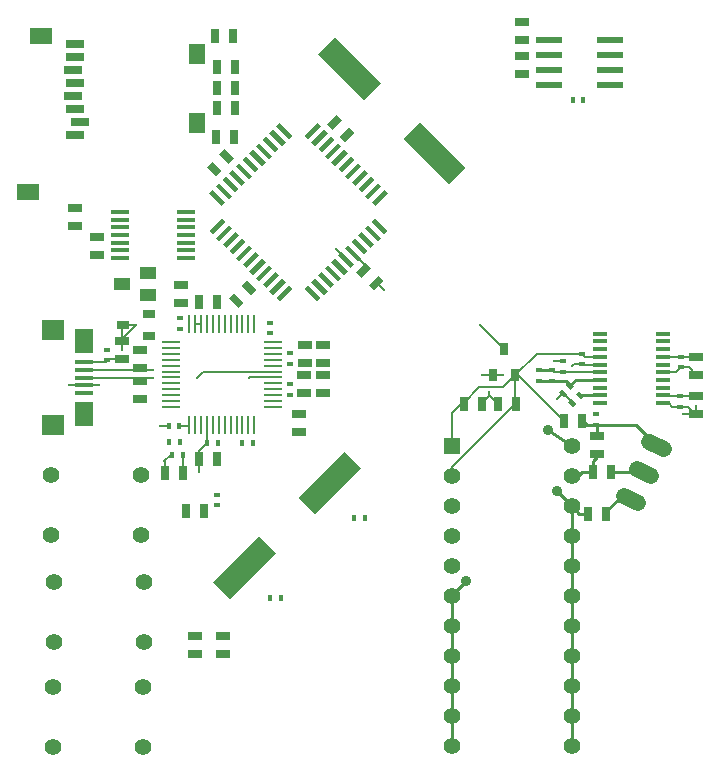
<source format=gtl>
G04 (created by PCBNEW (2013-07-07 BZR 4022)-stable) date 6/4/2014 12:52:27 AM*
%MOIN*%
G04 Gerber Fmt 3.4, Leading zero omitted, Abs format*
%FSLAX34Y34*%
G01*
G70*
G90*
G04 APERTURE LIST*
%ADD10C,0.00590551*%
%ADD11R,0.061X0.0138*%
%ADD12R,0.05X0.016*%
%ADD13R,0.0394X0.0315*%
%ADD14R,0.045X0.025*%
%ADD15R,0.025X0.045*%
%ADD16R,0.0591X0.0295*%
%ADD17R,0.0748X0.0551*%
%ADD18R,0.0551X0.0709*%
%ADD19R,0.0551X0.0393*%
%ADD20R,0.0866X0.0236*%
%ADD21R,0.059X0.0098*%
%ADD22R,0.0098X0.059*%
%ADD23R,0.055X0.055*%
%ADD24C,0.055*%
%ADD25R,0.0236X0.0157*%
%ADD26R,0.0157X0.0236*%
%ADD27R,0.0315X0.0394*%
%ADD28C,0.052*%
%ADD29R,0.063X0.0157*%
%ADD30R,0.063X0.0827*%
%ADD31R,0.0748X0.0709*%
%ADD32C,0.0130039*%
%ADD33C,0.035*%
%ADD34C,0.006*%
%ADD35C,0.01*%
G04 APERTURE END LIST*
G54D10*
G54D11*
X35112Y-40838D03*
X35112Y-40582D03*
X35112Y-40326D03*
X35112Y-40070D03*
X35112Y-39814D03*
X35112Y-39558D03*
X35112Y-39302D03*
X32908Y-39302D03*
X32908Y-39558D03*
X32908Y-39814D03*
X32908Y-40070D03*
X32908Y-40326D03*
X32908Y-40582D03*
X32908Y-40838D03*
G54D10*
G36*
X37414Y-37982D02*
X36990Y-37558D01*
X37103Y-37445D01*
X37527Y-37869D01*
X37414Y-37982D01*
X37414Y-37982D01*
G37*
G36*
X37191Y-38205D02*
X36767Y-37781D01*
X36880Y-37668D01*
X37304Y-38092D01*
X37191Y-38205D01*
X37191Y-38205D01*
G37*
G36*
X36969Y-38428D02*
X36544Y-38003D01*
X36657Y-37890D01*
X37082Y-38315D01*
X36969Y-38428D01*
X36969Y-38428D01*
G37*
G36*
X36746Y-38650D02*
X36322Y-38226D01*
X36435Y-38113D01*
X36859Y-38537D01*
X36746Y-38650D01*
X36746Y-38650D01*
G37*
G36*
X36523Y-38873D02*
X36099Y-38449D01*
X36212Y-38336D01*
X36636Y-38760D01*
X36523Y-38873D01*
X36523Y-38873D01*
G37*
G36*
X36300Y-39096D02*
X35876Y-38672D01*
X35989Y-38559D01*
X36414Y-38983D01*
X36300Y-39096D01*
X36300Y-39096D01*
G37*
G36*
X37637Y-37759D02*
X37213Y-37335D01*
X37326Y-37222D01*
X37750Y-37646D01*
X37637Y-37759D01*
X37637Y-37759D01*
G37*
G36*
X37860Y-37537D02*
X37435Y-37112D01*
X37548Y-36999D01*
X37973Y-37424D01*
X37860Y-37537D01*
X37860Y-37537D01*
G37*
G36*
X38082Y-37314D02*
X37658Y-36890D01*
X37771Y-36777D01*
X38195Y-37201D01*
X38082Y-37314D01*
X38082Y-37314D01*
G37*
G36*
X38305Y-37091D02*
X37881Y-36667D01*
X37994Y-36554D01*
X38418Y-36978D01*
X38305Y-37091D01*
X38305Y-37091D01*
G37*
G36*
X38528Y-36869D02*
X38104Y-36444D01*
X38217Y-36331D01*
X38641Y-36755D01*
X38528Y-36869D01*
X38528Y-36869D01*
G37*
G36*
X40596Y-41164D02*
X40172Y-40740D01*
X40285Y-40627D01*
X40709Y-41051D01*
X40596Y-41164D01*
X40596Y-41164D01*
G37*
G36*
X40373Y-41387D02*
X39949Y-40963D01*
X40062Y-40850D01*
X40486Y-41274D01*
X40373Y-41387D01*
X40373Y-41387D01*
G37*
G36*
X40151Y-41610D02*
X39726Y-41185D01*
X39839Y-41072D01*
X40264Y-41497D01*
X40151Y-41610D01*
X40151Y-41610D01*
G37*
G36*
X39928Y-41832D02*
X39504Y-41408D01*
X39617Y-41295D01*
X40041Y-41719D01*
X39928Y-41832D01*
X39928Y-41832D01*
G37*
G36*
X39705Y-42055D02*
X39281Y-41631D01*
X39394Y-41518D01*
X39818Y-41942D01*
X39705Y-42055D01*
X39705Y-42055D01*
G37*
G36*
X39482Y-42278D02*
X39058Y-41854D01*
X39171Y-41740D01*
X39595Y-42165D01*
X39482Y-42278D01*
X39482Y-42278D01*
G37*
G36*
X40819Y-40941D02*
X40395Y-40517D01*
X40508Y-40404D01*
X40932Y-40828D01*
X40819Y-40941D01*
X40819Y-40941D01*
G37*
G36*
X41042Y-40719D02*
X40617Y-40294D01*
X40730Y-40181D01*
X41155Y-40606D01*
X41042Y-40719D01*
X41042Y-40719D01*
G37*
G36*
X41264Y-40496D02*
X40840Y-40072D01*
X40953Y-39959D01*
X41377Y-40383D01*
X41264Y-40496D01*
X41264Y-40496D01*
G37*
G36*
X41487Y-40273D02*
X41063Y-39849D01*
X41176Y-39736D01*
X41600Y-40160D01*
X41487Y-40273D01*
X41487Y-40273D01*
G37*
G36*
X41710Y-40050D02*
X41285Y-39626D01*
X41399Y-39513D01*
X41823Y-39937D01*
X41710Y-40050D01*
X41710Y-40050D01*
G37*
G36*
X37103Y-41164D02*
X36990Y-41051D01*
X37414Y-40627D01*
X37527Y-40740D01*
X37103Y-41164D01*
X37103Y-41164D01*
G37*
G36*
X40285Y-37982D02*
X40172Y-37869D01*
X40596Y-37445D01*
X40709Y-37558D01*
X40285Y-37982D01*
X40285Y-37982D01*
G37*
G36*
X37326Y-41387D02*
X37213Y-41274D01*
X37637Y-40850D01*
X37750Y-40963D01*
X37326Y-41387D01*
X37326Y-41387D01*
G37*
G36*
X40508Y-38205D02*
X40395Y-38092D01*
X40819Y-37668D01*
X40932Y-37781D01*
X40508Y-38205D01*
X40508Y-38205D01*
G37*
G36*
X40730Y-38428D02*
X40617Y-38315D01*
X41042Y-37890D01*
X41155Y-38003D01*
X40730Y-38428D01*
X40730Y-38428D01*
G37*
G36*
X37548Y-41610D02*
X37435Y-41497D01*
X37860Y-41072D01*
X37973Y-41185D01*
X37548Y-41610D01*
X37548Y-41610D01*
G37*
G36*
X37771Y-41832D02*
X37658Y-41719D01*
X38082Y-41295D01*
X38195Y-41408D01*
X37771Y-41832D01*
X37771Y-41832D01*
G37*
G36*
X40953Y-38650D02*
X40840Y-38537D01*
X41264Y-38113D01*
X41377Y-38226D01*
X40953Y-38650D01*
X40953Y-38650D01*
G37*
G36*
X41176Y-38873D02*
X41063Y-38760D01*
X41487Y-38336D01*
X41600Y-38449D01*
X41176Y-38873D01*
X41176Y-38873D01*
G37*
G36*
X37994Y-42055D02*
X37881Y-41942D01*
X38305Y-41518D01*
X38418Y-41631D01*
X37994Y-42055D01*
X37994Y-42055D01*
G37*
G36*
X38217Y-42278D02*
X38104Y-42165D01*
X38528Y-41740D01*
X38641Y-41854D01*
X38217Y-42278D01*
X38217Y-42278D01*
G37*
G36*
X41399Y-39096D02*
X41285Y-38983D01*
X41710Y-38559D01*
X41823Y-38672D01*
X41399Y-39096D01*
X41399Y-39096D01*
G37*
G36*
X40062Y-37759D02*
X39949Y-37646D01*
X40373Y-37222D01*
X40486Y-37335D01*
X40062Y-37759D01*
X40062Y-37759D01*
G37*
G36*
X36880Y-40941D02*
X36767Y-40828D01*
X37191Y-40404D01*
X37304Y-40517D01*
X36880Y-40941D01*
X36880Y-40941D01*
G37*
G36*
X36657Y-40719D02*
X36544Y-40606D01*
X36969Y-40181D01*
X37082Y-40294D01*
X36657Y-40719D01*
X36657Y-40719D01*
G37*
G36*
X39839Y-37537D02*
X39726Y-37424D01*
X40151Y-36999D01*
X40264Y-37112D01*
X39839Y-37537D01*
X39839Y-37537D01*
G37*
G36*
X39617Y-37314D02*
X39504Y-37201D01*
X39928Y-36777D01*
X40041Y-36890D01*
X39617Y-37314D01*
X39617Y-37314D01*
G37*
G36*
X36435Y-40496D02*
X36322Y-40383D01*
X36746Y-39959D01*
X36859Y-40072D01*
X36435Y-40496D01*
X36435Y-40496D01*
G37*
G36*
X36212Y-40273D02*
X36099Y-40160D01*
X36523Y-39736D01*
X36636Y-39849D01*
X36212Y-40273D01*
X36212Y-40273D01*
G37*
G36*
X39394Y-37091D02*
X39281Y-36978D01*
X39705Y-36554D01*
X39818Y-36667D01*
X39394Y-37091D01*
X39394Y-37091D01*
G37*
G36*
X39171Y-36869D02*
X39058Y-36755D01*
X39482Y-36331D01*
X39595Y-36444D01*
X39171Y-36869D01*
X39171Y-36869D01*
G37*
G36*
X35989Y-40050D02*
X35876Y-39937D01*
X36300Y-39513D01*
X36414Y-39626D01*
X35989Y-40050D01*
X35989Y-40050D01*
G37*
G54D12*
X51010Y-45666D03*
X51010Y-45416D03*
X51010Y-45156D03*
X51010Y-44896D03*
X51010Y-44646D03*
X51010Y-44386D03*
X51010Y-44126D03*
X51010Y-43876D03*
X51010Y-43616D03*
X51010Y-43366D03*
X48910Y-43366D03*
X48910Y-43616D03*
X48910Y-43876D03*
X48910Y-44126D03*
X48910Y-44386D03*
X48910Y-44646D03*
X48910Y-44896D03*
X48910Y-45156D03*
X48910Y-45416D03*
X48910Y-45666D03*
G54D13*
X33007Y-43064D03*
X33873Y-42689D03*
X33873Y-43439D03*
G54D14*
X36340Y-53420D03*
X36340Y-54020D03*
X46291Y-33565D03*
X46291Y-32965D03*
G54D15*
X35084Y-49276D03*
X35684Y-49276D03*
G54D14*
X46287Y-34103D03*
X46287Y-34703D03*
X34924Y-41730D03*
X34924Y-42330D03*
X35400Y-53420D03*
X35400Y-54020D03*
G54D15*
X36730Y-35160D03*
X36130Y-35160D03*
X36120Y-34460D03*
X36720Y-34460D03*
X36672Y-33446D03*
X36072Y-33446D03*
X36720Y-35850D03*
X36120Y-35850D03*
X36686Y-36814D03*
X36086Y-36814D03*
G54D14*
X31410Y-39766D03*
X31410Y-39166D03*
X38870Y-46042D03*
X38870Y-46642D03*
X32130Y-40128D03*
X32130Y-40728D03*
G54D10*
G36*
X40778Y-41316D02*
X41096Y-40998D01*
X41273Y-41175D01*
X40955Y-41493D01*
X40778Y-41316D01*
X40778Y-41316D01*
G37*
G36*
X41202Y-41740D02*
X41520Y-41422D01*
X41697Y-41599D01*
X41379Y-41917D01*
X41202Y-41740D01*
X41202Y-41740D01*
G37*
G36*
X40719Y-36661D02*
X40401Y-36979D01*
X40224Y-36802D01*
X40542Y-36484D01*
X40719Y-36661D01*
X40719Y-36661D01*
G37*
G36*
X40295Y-36237D02*
X39977Y-36555D01*
X39800Y-36378D01*
X40118Y-36060D01*
X40295Y-36237D01*
X40295Y-36237D01*
G37*
G36*
X36389Y-37196D02*
X36707Y-37514D01*
X36530Y-37691D01*
X36212Y-37373D01*
X36389Y-37196D01*
X36389Y-37196D01*
G37*
G36*
X35965Y-37620D02*
X36283Y-37938D01*
X36106Y-38115D01*
X35788Y-37797D01*
X35965Y-37620D01*
X35965Y-37620D01*
G37*
G54D15*
X46084Y-45694D03*
X45484Y-45694D03*
G54D14*
X52084Y-45430D03*
X52084Y-46030D03*
X52100Y-44122D03*
X52100Y-44722D03*
G54D15*
X36118Y-42290D03*
X35518Y-42290D03*
X34986Y-48010D03*
X34386Y-48010D03*
G54D14*
X39044Y-45344D03*
X39044Y-44744D03*
X39058Y-44323D03*
X39058Y-43723D03*
G54D15*
X35528Y-47530D03*
X36128Y-47530D03*
G54D10*
G36*
X37131Y-41580D02*
X37449Y-41898D01*
X37272Y-42075D01*
X36954Y-41757D01*
X37131Y-41580D01*
X37131Y-41580D01*
G37*
G36*
X36707Y-42004D02*
X37025Y-42322D01*
X36848Y-42499D01*
X36530Y-42181D01*
X36707Y-42004D01*
X36707Y-42004D01*
G37*
G54D14*
X33562Y-45530D03*
X33562Y-44930D03*
X33562Y-43908D03*
X33562Y-44508D03*
X32958Y-44202D03*
X32958Y-43602D03*
X39678Y-44752D03*
X39678Y-45352D03*
X39682Y-43724D03*
X39682Y-44324D03*
G54D16*
X31400Y-34142D03*
X31400Y-33709D03*
X31321Y-34575D03*
X31400Y-35008D03*
X31400Y-36740D03*
X31557Y-36307D03*
X31400Y-35874D03*
X31321Y-35441D03*
G54D17*
X30278Y-33433D03*
X29845Y-38649D03*
G54D18*
X35455Y-34043D03*
X35455Y-36327D03*
G54D19*
X33845Y-42080D03*
X33845Y-41332D03*
X32979Y-41706D03*
G54D20*
X49241Y-35081D03*
X49241Y-34581D03*
X49241Y-34081D03*
X49241Y-33581D03*
X47195Y-33581D03*
X47195Y-34081D03*
X47195Y-34581D03*
X47195Y-35081D03*
G54D21*
X37983Y-45803D03*
X37983Y-45606D03*
X37983Y-45409D03*
X37983Y-45213D03*
X37983Y-45016D03*
X37983Y-44819D03*
X37983Y-44623D03*
X37983Y-44426D03*
X37983Y-44229D03*
X37983Y-44033D03*
X37983Y-43836D03*
X37983Y-43639D03*
G54D22*
X37373Y-43029D03*
X37176Y-43029D03*
X36979Y-43029D03*
X36783Y-43029D03*
X36586Y-43029D03*
X36389Y-43029D03*
X36193Y-43029D03*
X35996Y-43029D03*
X35799Y-43029D03*
X35603Y-43029D03*
X35406Y-43029D03*
X35209Y-43029D03*
G54D21*
X34599Y-43639D03*
X34599Y-43836D03*
X34599Y-44033D03*
X34599Y-44229D03*
X34599Y-44426D03*
X34599Y-44623D03*
X34599Y-44819D03*
X34599Y-45016D03*
X34599Y-45213D03*
X34599Y-45409D03*
X34599Y-45606D03*
X34599Y-45803D03*
G54D22*
X35209Y-46413D03*
X35406Y-46413D03*
X35603Y-46413D03*
X35799Y-46413D03*
X35996Y-46413D03*
X36193Y-46413D03*
X36389Y-46413D03*
X36586Y-46413D03*
X36783Y-46413D03*
X36979Y-46413D03*
X37176Y-46413D03*
X37373Y-46413D03*
G54D23*
X43960Y-47110D03*
G54D24*
X43960Y-48110D03*
X43960Y-49110D03*
X43960Y-50110D03*
X43960Y-51110D03*
X43960Y-52110D03*
X43960Y-53110D03*
X43960Y-54110D03*
X43960Y-55110D03*
X43960Y-56110D03*
X43960Y-57110D03*
X47960Y-57110D03*
X47960Y-56110D03*
X47960Y-55110D03*
X47960Y-54110D03*
X47960Y-53110D03*
X47960Y-52110D03*
X47960Y-51110D03*
X47960Y-50110D03*
X47960Y-49110D03*
X47960Y-48110D03*
X47960Y-47110D03*
G54D10*
G36*
X39512Y-34024D02*
X40068Y-33468D01*
X41599Y-34998D01*
X41042Y-35555D01*
X39512Y-34024D01*
X39512Y-34024D01*
G37*
G36*
X42340Y-36853D02*
X42897Y-36296D01*
X44427Y-37827D01*
X43871Y-38383D01*
X42340Y-36853D01*
X42340Y-36853D01*
G37*
G36*
X36558Y-52208D02*
X36002Y-51652D01*
X37532Y-50121D01*
X38089Y-50678D01*
X36558Y-52208D01*
X36558Y-52208D01*
G37*
G36*
X39387Y-49380D02*
X38830Y-48823D01*
X40361Y-47293D01*
X40917Y-47849D01*
X39387Y-49380D01*
X39387Y-49380D01*
G37*
G54D25*
X47310Y-44937D03*
X47310Y-44583D03*
X51602Y-44121D03*
X51602Y-44475D03*
X51550Y-45433D03*
X51550Y-45787D03*
X48298Y-44031D03*
X48298Y-44385D03*
X46860Y-44937D03*
X46860Y-44583D03*
X47676Y-44275D03*
X47676Y-44629D03*
G54D10*
G36*
X47882Y-44945D02*
X48049Y-45112D01*
X47938Y-45223D01*
X47771Y-45056D01*
X47882Y-44945D01*
X47882Y-44945D01*
G37*
G36*
X47631Y-45196D02*
X47798Y-45363D01*
X47687Y-45474D01*
X47520Y-45307D01*
X47631Y-45196D01*
X47631Y-45196D01*
G37*
G36*
X48207Y-45270D02*
X48374Y-45437D01*
X48263Y-45548D01*
X48096Y-45381D01*
X48207Y-45270D01*
X48207Y-45270D01*
G37*
G36*
X47956Y-45521D02*
X48123Y-45688D01*
X48012Y-45799D01*
X47845Y-45632D01*
X47956Y-45521D01*
X47956Y-45521D01*
G37*
G54D25*
X32482Y-44251D03*
X32482Y-43897D03*
G54D26*
X41067Y-49500D03*
X40713Y-49500D03*
X38262Y-52185D03*
X37908Y-52185D03*
G54D25*
X34893Y-42836D03*
X34893Y-43190D03*
G54D26*
X36979Y-47016D03*
X37333Y-47016D03*
G54D25*
X37888Y-43345D03*
X37888Y-42991D03*
G54D26*
X34888Y-46956D03*
X34534Y-46956D03*
X34988Y-47395D03*
X34634Y-47395D03*
G54D25*
X38563Y-44370D03*
X38563Y-44016D03*
G54D26*
X47986Y-35577D03*
X48340Y-35577D03*
G54D25*
X38566Y-45401D03*
X38566Y-45047D03*
X36118Y-48723D03*
X36118Y-49077D03*
G54D26*
X34524Y-46421D03*
X34878Y-46421D03*
X36155Y-47006D03*
X35801Y-47006D03*
G54D27*
X45702Y-43875D03*
X46077Y-44741D03*
X45327Y-44741D03*
G54D25*
X48778Y-46032D03*
X48778Y-46386D03*
G54D15*
X48660Y-47985D03*
X49260Y-47985D03*
X47710Y-46285D03*
X48310Y-46285D03*
X48510Y-49360D03*
X49110Y-49360D03*
G54D14*
X48785Y-47360D03*
X48785Y-46760D03*
G54D28*
X51018Y-47188D02*
X50546Y-46968D01*
X50595Y-48094D02*
X50124Y-47875D01*
X50173Y-49001D02*
X49701Y-48781D01*
G54D29*
X31686Y-44822D03*
X31686Y-44310D03*
X31686Y-44566D03*
X31686Y-45078D03*
X31686Y-45334D03*
G54D30*
X31686Y-43602D03*
X31686Y-46042D03*
G54D31*
X30682Y-43247D03*
X30682Y-46397D03*
G54D24*
X30598Y-50082D03*
X30598Y-48082D03*
X33598Y-50082D03*
X33598Y-48082D03*
X33686Y-51624D03*
X33686Y-53624D03*
X30686Y-51624D03*
X30686Y-53624D03*
X33660Y-55146D03*
X33660Y-57146D03*
X30660Y-55146D03*
X30660Y-57146D03*
G54D15*
X44368Y-45704D03*
X44968Y-45704D03*
G54D32*
X37200Y-44820D03*
X34006Y-44566D03*
X35480Y-44822D03*
X34006Y-44822D03*
X32952Y-43886D03*
X35528Y-47958D03*
X44894Y-43066D03*
X33422Y-43064D03*
X51670Y-46030D03*
X52084Y-45766D03*
X47366Y-44274D03*
X47982Y-44446D03*
X31188Y-45076D03*
X32186Y-45078D03*
X45680Y-44740D03*
X44974Y-44740D03*
X45216Y-45310D03*
X47466Y-45528D03*
X41692Y-41894D03*
X40096Y-40550D03*
X34241Y-46421D03*
X34376Y-47610D03*
G54D33*
X47460Y-48610D03*
X44435Y-51610D03*
X47160Y-46585D03*
G54D34*
X48910Y-44646D02*
X47693Y-44646D01*
X47693Y-44646D02*
X47676Y-44629D01*
X47676Y-44629D02*
X47356Y-44629D01*
X47356Y-44629D02*
X47310Y-44583D01*
G54D35*
X46860Y-44583D02*
X47310Y-44583D01*
X47310Y-44937D02*
X46860Y-44937D01*
X47762Y-44937D02*
X47910Y-45084D01*
X47310Y-44937D02*
X47762Y-44937D01*
X48910Y-44896D02*
X48098Y-44896D01*
X48098Y-44896D02*
X47910Y-45084D01*
G54D34*
X48910Y-44126D02*
X48393Y-44126D01*
X48393Y-44126D02*
X48298Y-44031D01*
X48298Y-44031D02*
X46787Y-44031D01*
X46787Y-44031D02*
X46077Y-44741D01*
X46077Y-44741D02*
X46166Y-44741D01*
X46166Y-44741D02*
X47710Y-46285D01*
X46077Y-44741D02*
X45670Y-45148D01*
X43960Y-46012D02*
X43960Y-47110D01*
X44314Y-45658D02*
X43960Y-46012D01*
X44368Y-45658D02*
X44314Y-45658D01*
X44878Y-45148D02*
X44368Y-45658D01*
X45670Y-45148D02*
X44878Y-45148D01*
X46077Y-44741D02*
X46077Y-45687D01*
X43960Y-47804D02*
X43960Y-48110D01*
X46077Y-45687D02*
X43960Y-47804D01*
X31686Y-44566D02*
X33504Y-44566D01*
X37201Y-44819D02*
X37983Y-44819D01*
X37200Y-44820D02*
X37201Y-44819D01*
X33504Y-44566D02*
X34006Y-44566D01*
X33482Y-44588D02*
X33562Y-44508D01*
X33562Y-44930D02*
X33454Y-44822D01*
X33454Y-44822D02*
X34006Y-44822D01*
X35679Y-44623D02*
X37983Y-44623D01*
X35480Y-44822D02*
X35679Y-44623D01*
X31686Y-44822D02*
X33454Y-44822D01*
X33488Y-44856D02*
X33562Y-44930D01*
X51010Y-44126D02*
X51596Y-44126D01*
X51601Y-44122D02*
X52100Y-44122D01*
X51596Y-44126D02*
X51601Y-44122D01*
X51550Y-45433D02*
X52081Y-45433D01*
X52081Y-45433D02*
X52084Y-45430D01*
X40663Y-40673D02*
X40665Y-40673D01*
X40665Y-40673D02*
X41025Y-41033D01*
X41025Y-41033D02*
X41025Y-41245D01*
X51550Y-45433D02*
X51026Y-45433D01*
X51026Y-45433D02*
X51010Y-45416D01*
G54D35*
X47960Y-48110D02*
X48160Y-48110D01*
X48285Y-47985D02*
X48660Y-47985D01*
X48160Y-48110D02*
X48285Y-47985D01*
X48785Y-47360D02*
X48785Y-47485D01*
X48660Y-47610D02*
X48660Y-47985D01*
X48785Y-47485D02*
X48660Y-47610D01*
G54D34*
X31686Y-44310D02*
X32423Y-44310D01*
X32531Y-44202D02*
X32958Y-44202D01*
X32423Y-44310D02*
X32531Y-44202D01*
X35799Y-46413D02*
X35799Y-47004D01*
X32958Y-43880D02*
X32958Y-43602D01*
X32952Y-43886D02*
X32958Y-43880D01*
X35528Y-47275D02*
X35528Y-47958D01*
X35799Y-47004D02*
X35528Y-47275D01*
X32958Y-43602D02*
X32958Y-43528D01*
X32958Y-43528D02*
X33422Y-43064D01*
X45702Y-43875D02*
X45702Y-43874D01*
X45702Y-43874D02*
X44894Y-43066D01*
X33422Y-43064D02*
X33007Y-43064D01*
X33007Y-43064D02*
X32958Y-43113D01*
X32958Y-43113D02*
X32958Y-43602D01*
X35801Y-47006D02*
X35801Y-46949D01*
X34988Y-47395D02*
X34988Y-48008D01*
X34988Y-48008D02*
X34986Y-48010D01*
X52084Y-46030D02*
X51670Y-46030D01*
X52084Y-46030D02*
X52084Y-45766D01*
X47676Y-44275D02*
X47367Y-44275D01*
X47367Y-44275D02*
X47366Y-44274D01*
X48910Y-44386D02*
X48299Y-44386D01*
X48299Y-44386D02*
X48298Y-44385D01*
X48298Y-44385D02*
X48043Y-44385D01*
X48043Y-44385D02*
X47982Y-44446D01*
X31686Y-45078D02*
X31190Y-45078D01*
X31190Y-45078D02*
X31188Y-45076D01*
X31686Y-45078D02*
X32186Y-45078D01*
X45327Y-44741D02*
X45679Y-44741D01*
X45679Y-44741D02*
X45680Y-44740D01*
X45327Y-44741D02*
X44975Y-44741D01*
X44975Y-44741D02*
X44974Y-44740D01*
X45216Y-45446D02*
X45236Y-45446D01*
X45236Y-45446D02*
X45484Y-45694D01*
X44968Y-45704D02*
X44968Y-45694D01*
X44968Y-45694D02*
X45216Y-45446D01*
X45216Y-45446D02*
X45216Y-45310D01*
X51010Y-44646D02*
X51430Y-44646D01*
X51430Y-44646D02*
X51602Y-44475D01*
X51602Y-44475D02*
X51853Y-44475D01*
X51853Y-44475D02*
X52100Y-44722D01*
X51550Y-45787D02*
X51841Y-45787D01*
X51841Y-45787D02*
X52084Y-46030D01*
X47659Y-45335D02*
X47658Y-45335D01*
X47658Y-45335D02*
X47466Y-45528D01*
X47659Y-45335D02*
X47984Y-45660D01*
X41450Y-41670D02*
X41468Y-41670D01*
X41468Y-41670D02*
X41692Y-41894D01*
X40440Y-40895D02*
X40440Y-40894D01*
X40440Y-40894D02*
X40096Y-40550D01*
X34524Y-46421D02*
X34241Y-46421D01*
X34591Y-47395D02*
X34376Y-47610D01*
X34634Y-47395D02*
X34591Y-47395D01*
X34386Y-47620D02*
X34376Y-47610D01*
X34386Y-48010D02*
X34386Y-47620D01*
X51010Y-45666D02*
X51191Y-45666D01*
X51312Y-45787D02*
X51550Y-45787D01*
X51191Y-45666D02*
X51312Y-45787D01*
G54D35*
X47960Y-49110D02*
X48210Y-49360D01*
X48210Y-49360D02*
X48510Y-49360D01*
G54D34*
X35603Y-43029D02*
X35406Y-43029D01*
X36155Y-47006D02*
X36155Y-46929D01*
G54D35*
X47960Y-49110D02*
X47960Y-50110D01*
X47960Y-50110D02*
X47960Y-51110D01*
X47960Y-51110D02*
X47960Y-52110D01*
X47960Y-52110D02*
X47960Y-53110D01*
X47960Y-53110D02*
X47960Y-54110D01*
X47960Y-54110D02*
X47960Y-55110D01*
X47960Y-55110D02*
X47960Y-56110D01*
X47960Y-56110D02*
X47960Y-57110D01*
X43960Y-57110D02*
X43960Y-56110D01*
X43960Y-56110D02*
X43960Y-55110D01*
X43960Y-55110D02*
X43960Y-54110D01*
X43960Y-54110D02*
X43960Y-53110D01*
X43960Y-53110D02*
X43960Y-52110D01*
X47960Y-49110D02*
X47460Y-48610D01*
X43960Y-52110D02*
X43960Y-52085D01*
X43960Y-52085D02*
X44435Y-51610D01*
X47960Y-47110D02*
X47160Y-46585D01*
X48310Y-46285D02*
X48365Y-46285D01*
X48466Y-46386D02*
X48778Y-46386D01*
X48365Y-46285D02*
X48466Y-46386D01*
X48785Y-46760D02*
X48785Y-46392D01*
X48785Y-46392D02*
X48778Y-46386D01*
X50090Y-46386D02*
X50782Y-47078D01*
X48778Y-46386D02*
X50090Y-46386D01*
X49260Y-47985D02*
X50360Y-47985D01*
X49110Y-49360D02*
X49110Y-49285D01*
X49503Y-48891D02*
X49937Y-48891D01*
X49110Y-49285D02*
X49503Y-48891D01*
G54D34*
X34878Y-46421D02*
X35201Y-46421D01*
X35201Y-46421D02*
X35209Y-46413D01*
G54D35*
X48910Y-45416D02*
X48242Y-45416D01*
X48242Y-45416D02*
X48235Y-45409D01*
M02*

</source>
